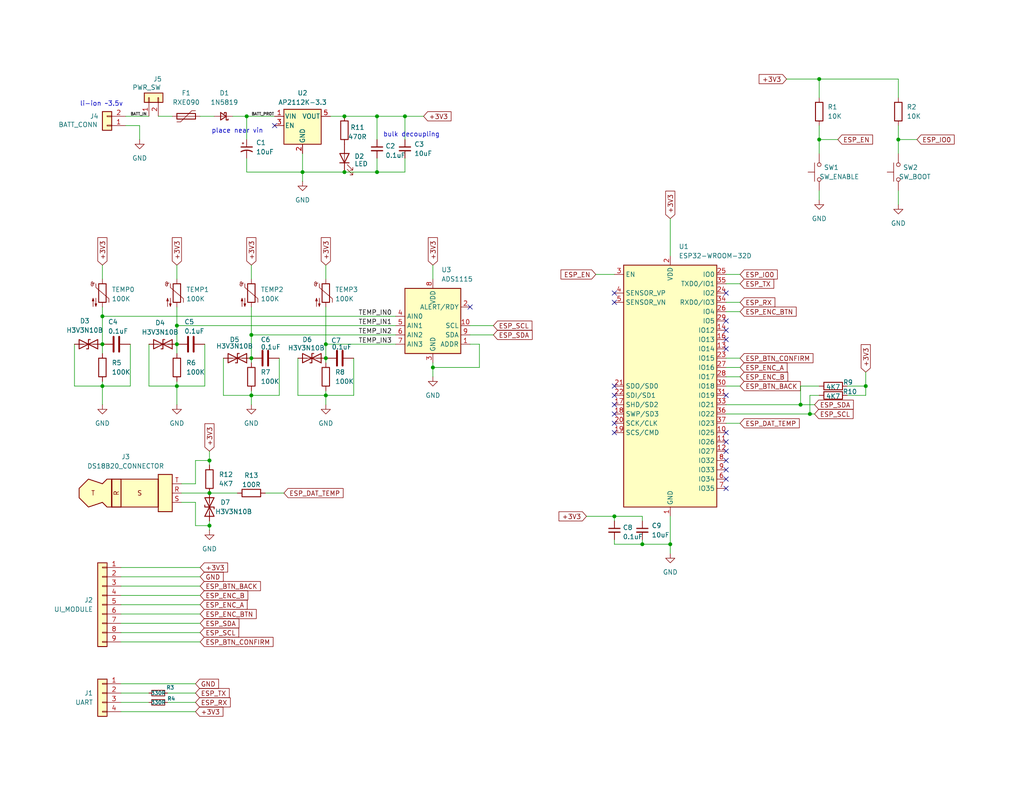
<source format=kicad_sch>
(kicad_sch (version 20250114) (generator "eeschema") (generator_version "9.0")
  (paper "USLetter")
  (title_block (title "Meatreader ESP") (date "2026-01-02") (rev "A") (company "BrownFam") (comment 1 "It Reads Meat"))
  (lib_symbols
    (symbol "Analog_ADC:ADS1115IDGS"
      (property "Reference" "U" (at 2.54 13.97 0))
      (property "Value" "ADS1115IDGS" (at 7.62 11.43 0))
      (symbol "ADS1115IDGS_0_1"
        (rectangle (start -7.62 10.16) (end 7.62 -7.62) (stroke (width 0.254)) (fill (type background)))
      )
      (symbol "ADS1115IDGS_1_1"
        (pin input line (at -10.16 2.54 0) (length 2.54) (name "AIN0") (number "4"))
        (pin input line (at -10.16 0 0) (length 2.54) (name "AIN1") (number "5"))
        (pin input line (at -10.16 -2.54 0) (length 2.54) (name "AIN2") (number "6"))
        (pin input line (at -10.16 -5.08 0) (length 2.54) (name "AIN3") (number "7"))
        (pin power_in line (at 0 12.7 270) (length 2.54) (name "VDD") (number "8"))
        (pin power_in line (at 0 -10.16 90) (length 2.54) (name "GND") (number "3"))
        (pin output line (at 10.16 5.08 180) (length 2.54) (name "ALERT/RDY") (number "2"))
        (pin input line (at 10.16 0 180) (length 2.54) (name "SCL") (number "10"))
        (pin bidirectional line (at 10.16 -2.54 180) (length 2.54) (name "SDA") (number "9"))
        (pin input line (at 10.16 -5.08 180) (length 2.54) (name "ADDR") (number "1"))
      )
    )
    (symbol "Conn_01x02_1" (pin_names (offset 1.016) (hide yes))
      (property "Reference" "J5" (at 5.08 -3.556 90))
      (property "Value" "PWR_SW" (at 2.794 -3.302 90))
      (symbol "Conn_01x02_1_1_1"
        (rectangle (start -1.27 1.27) (end 1.27 -3.81) (stroke (width 0.254)) (fill (type background)))
        (rectangle (start -1.27 0.127) (end 0 -0.127) (stroke (width 0.1524)))
        (rectangle (start -1.27 -2.413) (end 0 -2.667) (stroke (width 0.1524)))
        (pin passive line (at -5.08 0 0) (length 3.81) (name "Pin_1") (number "1"))
        (pin passive line (at -5.08 -2.54 0) (length 3.81) (name "Pin_2") (number "2"))
      )
    )
    (symbol "Connector_Audio:AudioPlug3"
      (property "Reference" "J" (at 1.27 6.35 0))
      (property "Value" "AudioPlug3" (at 1.27 -6.35 0))
      (symbol "AudioPlug3_0_0"
        (text "R" (at -2.54 0 900) (effects (font (size 1.27 1.27))))
      )
      (symbol "AudioPlug3_0_1"
        (rectangle (start -3.81 3.81) (end -1.27 -3.81) (stroke (width 0.254)))
        (rectangle (start -1.27 -1.27) (end -1.27 -1.27))
      )
      (symbol "AudioPlug3_1_0"
        (text "T" (at -8.89 0 0) (effects (font (size 1.27 1.27))))
        (text "S" (at 3.81 0 0) (effects (font (size 1.27 1.27))))
      )
      (symbol "AudioPlug3_1_1"
        (rectangle (start -3.81 3.81) (end 8.89 -3.81) (stroke (width 0.254)) (fill (type background)))
        (polyline (pts (xy -3.81 3.81) (xy -5.08 3.81) (xy -6.35 2.54) (xy -10.16 3.81) (xy -12.7 1.27) (xy -12.7 -1.27) (xy -10.16 -3.81) (xy -6.35 -2.54) (xy -5.08 -3.81) (xy -3.81 -3.81) (xy -3.81 3.81)) (stroke (width 0.254)) (fill (type background)))
        (rectangle (start 12.7 5.08) (end 8.89 -5.08) (stroke (width 0.254)) (fill (type background)))
        (pin passive line (at 15.24 2.54 180) (length 2.54) (name "~") (number "S"))
        (pin passive line (at 15.24 0 180) (length 2.54) (name "~") (number "R"))
        (pin passive line (at 15.24 -2.54 180) (length 2.54) (name "~") (number "T"))
      )
    )
    (symbol "Connector_Generic:Conn_01x02" (pin_names (offset 1.016) (hide yes))
      (property "Reference" "J4" (at 2.286 -2.54 0))
      (property "Value" "BATT_CONN" (at 2.54 -0.254 0))
      (symbol "Conn_01x02_1_1"
        (rectangle (start -1.27 1.27) (end 1.27 -3.81) (stroke (width 0.254)) (fill (type background)))
        (rectangle (start -1.27 0.127) (end 0 -0.127) (stroke (width 0.1524)))
        (rectangle (start -1.27 -2.413) (end 0 -2.667) (stroke (width 0.1524)))
        (pin passive line (at -5.08 0 0) (length 3.81) (name "Pin_1") (number "1"))
        (pin power_out line (at -5.08 -2.54 0) (length 3.81) (name "Pin_2") (number "2"))
      )
    )
    (symbol "Connector_Generic:Conn_01x04" (pin_names (offset 1.016) (hide yes))
      (property "Reference" "J1" (at 2.54 0.0001 0))
      (property "Value" "UART" (at 2.54 -2.5399 0))
      (symbol "Conn_01x04_1_1"
        (rectangle (start -1.27 3.81) (end 1.27 -6.35) (stroke (width 0.254)) (fill (type background)))
        (rectangle (start -1.27 2.667) (end 0 2.413) (stroke (width 0.1524)))
        (rectangle (start -1.27 0.127) (end 0 -0.127) (stroke (width 0.1524)))
        (rectangle (start -1.27 -2.413) (end 0 -2.667) (stroke (width 0.1524)))
        (rectangle (start -1.27 -4.953) (end 0 -5.207) (stroke (width 0.1524)))
        (pin passive line (at -5.08 2.54 0) (length 3.81) (name "GND") (number "1"))
        (pin output line (at -5.08 0 0) (length 3.81) (name "TX") (number "2"))
        (pin input line (at -5.08 -2.54 0) (length 3.81) (name "RX") (number "3"))
        (pin passive line (at -5.08 -5.08 0) (length 3.81) (name "VCC") (number "4"))
      )
    )
    (symbol "Connector_Generic:Conn_01x09" (pin_names (offset 1.016) (hide yes))
      (property "Reference" "J" (at 0 12.7 0))
      (property "Value" "Conn_01x09" (at 0 -12.7 0))
      (symbol "Conn_01x09_1_1"
        (rectangle (start -1.27 11.43) (end 1.27 -11.43) (stroke (width 0.254)) (fill (type background)))
        (rectangle (start -1.27 10.287) (end 0 10.033) (stroke (width 0.1524)))
        (rectangle (start -1.27 7.747) (end 0 7.493) (stroke (width 0.1524)))
        (rectangle (start -1.27 5.207) (end 0 4.953) (stroke (width 0.1524)))
        (rectangle (start -1.27 2.667) (end 0 2.413) (stroke (width 0.1524)))
        (rectangle (start -1.27 0.127) (end 0 -0.127) (stroke (width 0.1524)))
        (rectangle (start -1.27 -2.413) (end 0 -2.667) (stroke (width 0.1524)))
        (rectangle (start -1.27 -4.953) (end 0 -5.207) (stroke (width 0.1524)))
        (rectangle (start -1.27 -7.493) (end 0 -7.747) (stroke (width 0.1524)))
        (rectangle (start -1.27 -10.033) (end 0 -10.287) (stroke (width 0.1524)))
        (pin passive line (at -5.08 10.16 0) (length 3.81) (name "Pin_1") (number "1"))
        (pin passive line (at -5.08 7.62 0) (length 3.81) (name "Pin_2") (number "2"))
        (pin passive line (at -5.08 5.08 0) (length 3.81) (name "Pin_3") (number "3"))
        (pin passive line (at -5.08 2.54 0) (length 3.81) (name "Pin_4") (number "4"))
        (pin passive line (at -5.08 0 0) (length 3.81) (name "Pin_5") (number "5"))
        (pin passive line (at -5.08 -2.54 0) (length 3.81) (name "Pin_6") (number "6"))
        (pin passive line (at -5.08 -5.08 0) (length 3.81) (name "Pin_7") (number "7"))
        (pin passive line (at -5.08 -7.62 0) (length 3.81) (name "Pin_8") (number "8"))
        (pin passive line (at -5.08 -10.16 0) (length 3.81) (name "Pin_9") (number "9"))
      )
    )
    (symbol "Device:C" (pin_numbers (hide yes)) (pin_names (offset 0.254))
      (property "Reference" "C" (at 0.635 2.54 0))
      (property "Value" "C" (at 0.635 -2.54 0))
      (symbol "C_0_1"
        (polyline (pts (xy -2.032 0.762) (xy 2.032 0.762)) (stroke (width 0.508)))
        (polyline (pts (xy -2.032 -0.762) (xy 2.032 -0.762)) (stroke (width 0.508)))
      )
      (symbol "C_1_1"
        (pin passive line (at 0 3.81 270) (length 2.794) (name "~") (number "1"))
        (pin passive line (at 0 -3.81 90) (length 2.794) (name "~") (number "2"))
      )
    )
    (symbol "Device:C_Polarized_Small_US" (pin_numbers (hide yes)) (pin_names (offset 0.254) (hide yes))
      (property "Reference" "C" (at 0.254 1.778 0))
      (property "Value" "C_Polarized_Small_US" (at 0.254 -2.032 0))
      (symbol "C_Polarized_Small_US_0_1"
        (polyline (pts (xy -1.524 0.508) (xy 1.524 0.508)) (stroke (width 0.3048)))
        (polyline (pts (xy -1.27 1.524) (xy -0.762 1.524)))
        (polyline (pts (xy -1.016 1.27) (xy -1.016 1.778)))
        (arc (start -1.524 -0.762) (mid 0 -0.3734) (end 1.524 -0.762) (stroke (width 0.3048)))
      )
      (symbol "C_Polarized_Small_US_1_1"
        (pin passive line (at 0 2.54 270) (length 2.032) (name "~") (number "1"))
        (pin passive line (at 0 -2.54 90) (length 2.032) (name "~") (number "2"))
      )
    )
    (symbol "Device:C_Small" (pin_numbers (hide yes)) (pin_names (offset 0.254) (hide yes))
      (property "Reference" "C" (at 0.254 1.778 0))
      (property "Value" "C_Small" (at 0.254 -2.032 0))
      (symbol "C_Small_0_1"
        (polyline (pts (xy -1.524 0.508) (xy 1.524 0.508)) (stroke (width 0.3048)))
        (polyline (pts (xy -1.524 -0.508) (xy 1.524 -0.508)) (stroke (width 0.3302)))
      )
      (symbol "C_Small_1_1"
        (pin passive line (at 0 2.54 270) (length 2.032) (name "~") (number "1"))
        (pin passive line (at 0 -2.54 90) (length 2.032) (name "~") (number "2"))
      )
    )
    (symbol "Device:D_Schottky_Small" (pin_numbers (hide yes)) (pin_names (offset 0.254) (hide yes))
      (property "Reference" "D" (at -1.27 2.032 0))
      (property "Value" "D_Schottky_Small" (at -7.112 -2.032 0))
      (symbol "D_Schottky_Small_0_1"
        (polyline (pts (xy -1.27 0.762) (xy -1.27 1.016) (xy -0.762 1.016) (xy -0.762 -1.016) (xy -0.254 -1.016) (xy -0.254 -0.762)) (stroke (width 0.254)))
        (polyline (pts (xy -0.762 0) (xy 0.762 0)))
        (polyline (pts (xy 0.762 -1.016) (xy -0.762 0) (xy 0.762 1.016) (xy 0.762 -1.016)) (stroke (width 0.254)))
      )
      (symbol "D_Schottky_Small_1_1"
        (pin passive line (at -2.54 0 0) (length 1.778) (name "K") (number "1"))
        (pin passive line (at 2.54 0 180) (length 1.778) (name "A") (number "2"))
      )
    )
    (symbol "Device:D_TVS" (pin_numbers (hide yes)) (pin_names (offset 1.016) (hide yes))
      (property "Reference" "D" (at 0 2.54 0))
      (property "Value" "D_TVS" (at 0 -2.54 0))
      (symbol "D_TVS_0_1"
        (polyline (pts (xy -2.54 1.27) (xy -2.54 -1.27) (xy 2.54 1.27) (xy 2.54 -1.27) (xy -2.54 1.27)) (stroke (width 0.254)))
        (polyline (pts (xy 0.508 1.27) (xy 0 1.27) (xy 0 -1.27) (xy -0.508 -1.27)) (stroke (width 0.254)))
        (polyline (pts (xy 1.27 0) (xy -1.27 0)))
      )
      (symbol "D_TVS_1_1"
        (pin passive line (at -3.81 0 0) (length 2.54) (name "A1") (number "1"))
        (pin passive line (at 3.81 0 180) (length 2.54) (name "A2") (number "2"))
      )
    )
    (symbol "Device:LED" (pin_numbers (hide yes)) (pin_names (offset 1.016) (hide yes))
      (property "Reference" "D" (at 0 2.54 0))
      (property "Value" "LED" (at 0 -2.54 0))
      (symbol "LED_0_1"
        (polyline (pts (xy -3.048 -0.762) (xy -4.572 -2.286) (xy -3.81 -2.286) (xy -4.572 -2.286) (xy -4.572 -1.524)))
        (polyline (pts (xy -1.778 -0.762) (xy -3.302 -2.286) (xy -2.54 -2.286) (xy -3.302 -2.286) (xy -3.302 -1.524)))
        (polyline (pts (xy -1.27 0) (xy 1.27 0)))
        (polyline (pts (xy -1.27 -1.27) (xy -1.27 1.27)) (stroke (width 0.254)))
        (polyline (pts (xy 1.27 -1.27) (xy 1.27 1.27) (xy -1.27 0) (xy 1.27 -1.27)) (stroke (width 0.254)))
      )
      (symbol "LED_1_1"
        (pin passive line (at -3.81 0 0) (length 2.54) (name "K") (number "1"))
        (pin passive line (at 3.81 0 180) (length 2.54) (name "A") (number "2"))
      )
    )
    (symbol "Device:Polyfuse" (pin_numbers (hide yes)) (pin_names (offset 0))
      (property "Reference" "F" (at -2.54 0 90))
      (property "Value" "Polyfuse" (at 2.54 0 90))
      (symbol "Polyfuse_0_1"
        (polyline (pts (xy -1.524 2.54) (xy -1.524 1.524) (xy 1.524 -1.524) (xy 1.524 -2.54)))
        (rectangle (start -0.762 2.54) (end 0.762 -2.54) (stroke (width 0.254)))
        (polyline (pts (xy 0 2.54) (xy 0 -2.54)))
      )
      (symbol "Polyfuse_1_1"
        (pin passive line (at 0 3.81 270) (length 1.27) (name "~") (number "1"))
        (pin passive line (at 0 -3.81 90) (length 1.27) (name "~") (number "2"))
      )
    )
    (symbol "Device:R" (pin_numbers (hide yes)) (pin_names (offset 0))
      (property "Reference" "R" (at 2.032 0 90))
      (property "Value" "R" (at 0 0 90))
      (symbol "R_0_1"
        (rectangle (start -1.016 -2.54) (end 1.016 2.54) (stroke (width 0.254)))
      )
      (symbol "R_1_1"
        (pin passive line (at 0 3.81 270) (length 1.27) (name "~") (number "1"))
        (pin passive line (at 0 -3.81 90) (length 1.27) (name "~") (number "2"))
      )
    )
    (symbol "Device:R_Small" (pin_numbers (hide yes)) (pin_names (offset 0.254) (hide yes))
      (property "Reference" "R" (at 0 0 90))
      (property "Value" "R_Small" (at 1.778 0 90))
      (symbol "R_Small_0_1"
        (rectangle (start -0.762 1.778) (end 0.762 -1.778) (stroke (width 0.2032)))
      )
      (symbol "R_Small_1_1"
        (pin passive line (at 0 2.54 270) (length 0.762) (name "~") (number "1"))
        (pin passive line (at 0 -2.54 90) (length 0.762) (name "~") (number "2"))
      )
    )
    (symbol "Device:Thermistor_NTC" (pin_numbers (hide yes)) (pin_names (offset 0))
      (property "Reference" "TH" (at -4.445 0 90))
      (property "Value" "Thermistor_NTC" (at 3.175 0 90))
      (symbol "Thermistor_NTC_0_1"
        (arc (start -3.175 2.413) (mid -3.0506 2.3165) (end -3.048 2.159))
        (arc (start -3.048 2.794) (mid -2.9736 2.9736) (end -2.794 3.048))
        (arc (start -2.794 3.048) (mid -2.6144 2.9736) (end -2.54 2.794))
        (arc (start -2.794 2.54) (mid -2.9736 2.6144) (end -3.048 2.794))
        (arc (start -2.794 1.905) (mid -2.9736 1.9794) (end -3.048 2.159))
        (arc (start -2.54 2.159) (mid -2.6144 1.9794) (end -2.794 1.905))
        (arc (start -2.159 2.794) (mid -2.434 2.5608) (end -2.794 2.54))
        (polyline (pts (xy -2.54 2.159) (xy -2.54 2.794)))
        (polyline (pts (xy -2.54 -3.683) (xy -2.54 -1.397) (xy -2.794 -2.159) (xy -2.286 -2.159) (xy -2.54 -1.397) (xy -2.54 -1.651)) (fill (type outline)))
        (polyline (pts (xy -1.778 2.54) (xy -1.778 1.524) (xy 1.778 -1.524) (xy 1.778 -2.54)))
        (polyline (pts (xy -1.778 -1.397) (xy -1.778 -3.683) (xy -2.032 -2.921) (xy -1.524 -2.921) (xy -1.778 -3.683) (xy -1.778 -3.429)) (fill (type outline)))
        (rectangle (start -1.016 2.54) (end 1.016 -2.54) (stroke (width 0.254)))
      )
      (symbol "Thermistor_NTC_1_1"
        (pin passive line (at 0 3.81 270) (length 1.27) (name "~") (number "1"))
        (pin passive line (at 0 -3.81 90) (length 1.27) (name "~") (number "2"))
      )
    )
    (symbol "RF_Module:ESP32-WROOM-32D"
      (property "Reference" "U" (at -12.7 34.29 0))
      (property "Value" "ESP32-WROOM-32D" (at 1.27 34.29 0))
      (symbol "ESP32-WROOM-32D_0_1"
        (rectangle (start -12.7 33.02) (end 12.7 -33.02) (stroke (width 0.254)) (fill (type background)))
      )
      (symbol "ESP32-WROOM-32D_1_1"
        (pin input line (at -15.24 30.48 0) (length 2.54) (name "EN") (number "3"))
        (pin input line (at -15.24 25.4 0) (length 2.54) (name "SENSOR_VP") (number "4"))
        (pin input line (at -15.24 22.86 0) (length 2.54) (name "SENSOR_VN") (number "5"))
        (pin bidirectional line (at -15.24 0 0) (length 2.54) (name "SDO/SD0") (number "21"))
        (pin bidirectional line (at -15.24 -2.54 0) (length 2.54) (name "SDI/SD1") (number "22"))
        (pin bidirectional line (at -15.24 -5.08 0) (length 2.54) (name "SHD/SD2") (number "17"))
        (pin bidirectional line (at -15.24 -7.62 0) (length 2.54) (name "SWP/SD3") (number "18"))
        (pin bidirectional line (at -15.24 -10.16 0) (length 2.54) (name "SCK/CLK") (number "20"))
        (pin bidirectional line (at -15.24 -12.7 0) (length 2.54) (name "SCS/CMD") (number "19"))
        (pin no_connect line (at -12.7 -27.94 0) (length 2.54) (hide yes) (name "NC") (number "32"))
        (pin power_in line (at 0 35.56 270) (length 2.54) (name "VDD") (number "2"))
        (pin power_in line (at 0 -35.56 90) (length 2.54) (name "GND") (number "1"))
        (pin passive line (at 0 -35.56 90) (length 2.54) (hide yes) (name "GND") (number "15"))
        (pin passive line (at 0 -35.56 90) (length 2.54) (hide yes) (name "GND") (number "38"))
        (pin passive line (at 0 -35.56 90) (length 2.54) (hide yes) (name "GND") (number "39"))
        (pin bidirectional line (at 15.24 30.48 180) (length 2.54) (name "IO0") (number "25"))
        (pin bidirectional line (at 15.24 27.94 180) (length 2.54) (name "TXD0/IO1") (number "35"))
        (pin bidirectional line (at 15.24 25.4 180) (length 2.54) (name "IO2") (number "24"))
        (pin bidirectional line (at 15.24 22.86 180) (length 2.54) (name "RXD0/IO3") (number "34"))
        (pin bidirectional line (at 15.24 20.32 180) (length 2.54) (name "IO4") (number "26"))
        (pin bidirectional line (at 15.24 17.78 180) (length 2.54) (name "IO5") (number "29"))
        (pin bidirectional line (at 15.24 15.24 180) (length 2.54) (name "IO12") (number "14"))
        (pin bidirectional line (at 15.24 12.7 180) (length 2.54) (name "IO13") (number "16"))
        (pin bidirectional line (at 15.24 10.16 180) (length 2.54) (name "IO14") (number "13"))
        (pin bidirectional line (at 15.24 7.62 180) (length 2.54) (name "IO15") (number "23"))
        (pin bidirectional line (at 15.24 5.08 180) (length 2.54) (name "IO16") (number "27"))
        (pin bidirectional line (at 15.24 2.54 180) (length 2.54) (name "IO17") (number "28"))
        (pin bidirectional line (at 15.24 0 180) (length 2.54) (name "IO18") (number "30"))
        (pin bidirectional line (at 15.24 -2.54 180) (length 2.54) (name "IO19") (number "31"))
        (pin bidirectional line (at 15.24 -5.08 180) (length 2.54) (name "IO21") (number "33"))
        (pin bidirectional line (at 15.24 -7.62 180) (length 2.54) (name "IO22") (number "36"))
        (pin bidirectional line (at 15.24 -10.16 180) (length 2.54) (name "IO23") (number "37"))
        (pin bidirectional line (at 15.24 -12.7 180) (length 2.54) (name "IO25") (number "10"))
        (pin bidirectional line (at 15.24 -15.24 180) (length 2.54) (name "IO26") (number "11"))
        (pin bidirectional line (at 15.24 -17.78 180) (length 2.54) (name "IO27") (number "12"))
        (pin bidirectional line (at 15.24 -20.32 180) (length 2.54) (name "IO32") (number "8"))
        (pin bidirectional line (at 15.24 -22.86 180) (length 2.54) (name "IO33") (number "9"))
        (pin input line (at 15.24 -25.4 180) (length 2.54) (name "IO34") (number "6"))
        (pin input line (at 15.24 -27.94 180) (length 2.54) (name "IO35") (number "7"))
      )
    )
    (symbol "Regulator_Linear:AP2112K-3.3" (pin_names (offset 0.254))
      (property "Reference" "U" (at -5.08 5.715 0))
      (property "Value" "AP2112K-3.3" (at 0 5.715 0))
      (symbol "AP2112K-3.3_0_1"
        (rectangle (start -5.08 4.445) (end 5.08 -5.08) (stroke (width 0.254)) (fill (type background)))
      )
      (symbol "AP2112K-3.3_1_1"
        (pin power_in line (at -7.62 2.54 0) (length 2.54) (name "VIN") (number "1"))
        (pin input line (at -7.62 0 0) (length 2.54) (name "EN") (number "3"))
        (pin power_in line (at 0 -7.62 90) (length 2.54) (name "GND") (number "2"))
        (pin no_connect line (at 5.08 0 180) (length 2.54) (hide yes) (name "NC") (number "4"))
        (pin power_out line (at 7.62 2.54 180) (length 2.54) (name "VOUT") (number "5"))
      )
    )
    (symbol "Switch:SW_Push" (pin_numbers (hide yes)) (pin_names (offset 1.016) (hide yes))
      (property "Reference" "SW" (at 1.27 2.54 0))
      (property "Value" "SW_Push" (at 0 -1.524 0))
      (symbol "SW_Push_0_1"
        (circle (center -2.032 0) (radius 0.508))
        (polyline (pts (xy 0 1.27) (xy 0 3.048)))
        (circle (center 2.032 0) (radius 0.508))
        (polyline (pts (xy 2.54 1.27) (xy -2.54 1.27)))
        (pin passive line (at -5.08 0 0) (length 2.54) (name "1") (number "1"))
        (pin passive line (at 5.08 0 180) (length 2.54) (name "2") (number "2"))
      )
    )
    (symbol "power:GND" (power) (pin_numbers (hide yes)) (pin_names (offset 0) (hide yes))
      (property "Value" "GND" (at 0 -3.81 0))
      (symbol "GND_0_1"
        (polyline (pts (xy 0 0) (xy 0 -1.27) (xy 1.27 -1.27) (xy 0 -2.54) (xy -1.27 -1.27) (xy 0 -1.27)))
      )
      (symbol "GND_1_1"
        (pin power_in line (at 0 0 270) (length 0) (name "~") (number "1"))
      )
    )
  )
  (text "place near vin" (at 64.77 35.814 0) (effects (font (size 1.27 1.27))))
  (text "li-ion ~3.5v" (at 27.686 28.448 0) (effects (font (size 1.27 1.27))))
  (text "bulk decoupling" (at 112.268 36.83 0) (effects (font (size 1.27 1.27))))
  (junction (at 236.22 105.41))
  (junction (at 175.26 148.59))
  (junction (at 245.11 38.1))
  (junction (at 27.94 93.98))
  (junction (at 88.9 93.98))
  (junction (at 68.58 91.44))
  (junction (at 182.88 148.59))
  (junction (at 223.52 21.59))
  (junction (at 82.55 46.99))
  (junction (at 27.94 86.36))
  (junction (at 88.9 97.79))
  (junction (at 68.58 97.79))
  (junction (at 48.26 105.41))
  (junction (at 110.49 31.75))
  (junction (at 218.44 110.49))
  (junction (at 93.98 46.99))
  (junction (at 57.15 134.62))
  (junction (at 68.58 107.95))
  (junction (at 102.87 46.99))
  (junction (at 48.26 93.98))
  (junction (at 27.94 105.41))
  (junction (at 118.11 100.33))
  (junction (at 57.15 125.73))
  (junction (at 102.87 31.75))
  (junction (at 167.64 140.97))
  (junction (at 223.52 38.1))
  (junction (at 93.98 31.75))
  (junction (at 57.15 143.51))
  (junction (at 67.31 31.75))
  (junction (at 48.26 88.9))
  (junction (at 88.9 107.95))
  (junction (at 220.98 113.03))
  (no_connect (at 198.12 80.01))
  (no_connect (at 167.64 113.03))
  (no_connect (at 74.93 34.29))
  (no_connect (at 198.12 128.27))
  (no_connect (at 198.12 107.95))
  (no_connect (at 167.64 110.49))
  (no_connect (at 198.12 123.19))
  (no_connect (at 198.12 130.81))
  (no_connect (at 198.12 87.63))
  (no_connect (at 198.12 120.65))
  (no_connect (at 167.64 80.01))
  (no_connect (at 167.64 115.57))
  (no_connect (at 167.64 82.55))
  (no_connect (at 198.12 118.11))
  (no_connect (at 167.64 107.95))
  (no_connect (at 198.12 92.71))
  (no_connect (at 198.12 90.17))
  (no_connect (at 198.12 125.73))
  (no_connect (at 198.12 95.25))
  (no_connect (at 128.27 83.82))
  (no_connect (at 167.64 118.11))
  (no_connect (at 167.64 105.41))
  (no_connect (at 198.12 133.35))
  (wire (pts (xy 218.44 110.49) (xy 222.25 110.49)))
  (wire (pts (xy 40.64 93.98) (xy 40.64 105.41)))
  (wire (pts (xy 49.53 137.16) (xy 53.34 137.16)))
  (wire (pts (xy 160.02 140.97) (xy 167.64 140.97)))
  (wire (pts (xy 34.29 31.75) (xy 40.64 31.75)))
  (wire (pts (xy 118.11 100.33) (xy 118.11 99.06)))
  (wire (pts (xy 102.87 31.75) (xy 102.87 38.1)))
  (wire (pts (xy 245.11 21.59) (xy 245.11 26.67)))
  (wire (pts (xy 245.11 38.1) (xy 250.19 38.1)))
  (wire (pts (xy 198.12 85.09) (xy 201.93 85.09)))
  (wire (pts (xy 33.02 165.1) (xy 54.61 165.1)))
  (wire (pts (xy 118.11 102.87) (xy 118.11 100.33)))
  (wire (pts (xy 110.49 43.18) (xy 110.49 46.99)))
  (wire (pts (xy 245.11 52.07) (xy 245.11 55.88)))
  (wire (pts (xy 53.34 132.08) (xy 53.34 125.73)))
  (wire (pts (xy 67.31 38.1) (xy 67.31 31.75)))
  (wire (pts (xy 33.02 186.69) (xy 53.34 186.69)))
  (wire (pts (xy 82.55 46.99) (xy 93.98 46.99)))
  (wire (pts (xy 81.28 97.79) (xy 81.28 107.95)))
  (wire (pts (xy 223.52 41.91) (xy 223.52 38.1)))
  (wire (pts (xy 82.55 49.53) (xy 82.55 46.99)))
  (wire (pts (xy 33.02 189.23) (xy 40.64 189.23)))
  (wire (pts (xy 130.81 93.98) (xy 130.81 100.33)))
  (wire (pts (xy 231.14 105.41) (xy 236.22 105.41)))
  (wire (pts (xy 236.22 107.95) (xy 236.22 105.41)))
  (wire (pts (xy 201.93 102.87) (xy 198.12 102.87)))
  (wire (pts (xy 220.98 107.95) (xy 223.52 107.95)))
  (wire (pts (xy 88.9 106.68) (xy 88.9 107.95)))
  (wire (pts (xy 236.22 101.6) (xy 236.22 105.41)))
  (wire (pts (xy 162.56 74.93) (xy 167.64 74.93)))
  (wire (pts (xy 57.15 123.19) (xy 57.15 125.73)))
  (wire (pts (xy 201.93 77.47) (xy 198.12 77.47)))
  (wire (pts (xy 110.49 31.75) (xy 110.49 38.1)))
  (wire (pts (xy 88.9 93.98) (xy 107.95 93.98)))
  (wire (pts (xy 53.34 125.73) (xy 57.15 125.73)))
  (wire (pts (xy 57.15 125.73) (xy 57.15 127)))
  (wire (pts (xy 68.58 97.79) (xy 68.58 99.06)))
  (wire (pts (xy 45.72 191.77) (xy 53.34 191.77)))
  (wire (pts (xy 88.9 107.95) (xy 81.28 107.95)))
  (wire (pts (xy 67.31 43.18) (xy 67.31 46.99)))
  (wire (pts (xy 93.98 31.75) (xy 102.87 31.75)))
  (wire (pts (xy 27.94 105.41) (xy 35.56 105.41)))
  (wire (pts (xy 68.58 72.39) (xy 68.58 76.2)))
  (wire (pts (xy 33.02 162.56) (xy 54.61 162.56)))
  (wire (pts (xy 68.58 83.82) (xy 68.58 91.44)))
  (wire (pts (xy 201.93 100.33) (xy 198.12 100.33)))
  (wire (pts (xy 231.14 107.95) (xy 236.22 107.95)))
  (wire (pts (xy 57.15 134.62) (xy 64.77 134.62)))
  (wire (pts (xy 102.87 43.18) (xy 102.87 46.99)))
  (wire (pts (xy 27.94 105.41) (xy 27.94 110.49)))
  (wire (pts (xy 48.26 72.39) (xy 48.26 76.2)))
  (wire (pts (xy 88.9 97.79) (xy 88.9 99.06)))
  (wire (pts (xy 93.98 46.99) (xy 102.87 46.99)))
  (wire (pts (xy 33.02 191.77) (xy 40.64 191.77)))
  (wire (pts (xy 245.11 41.91) (xy 245.11 38.1)))
  (wire (pts (xy 27.94 83.82) (xy 27.94 86.36)))
  (wire (pts (xy 48.26 105.41) (xy 48.26 110.49)))
  (wire (pts (xy 53.34 143.51) (xy 57.15 143.51)))
  (wire (pts (xy 118.11 100.33) (xy 130.81 100.33)))
  (wire (pts (xy 82.55 46.99) (xy 82.55 41.91)))
  (wire (pts (xy 198.12 113.03) (xy 220.98 113.03)))
  (wire (pts (xy 223.52 38.1) (xy 223.52 34.29)))
  (wire (pts (xy 43.18 31.75) (xy 46.99 31.75)))
  (wire (pts (xy 63.5 31.75) (xy 67.31 31.75)))
  (wire (pts (xy 72.39 134.62) (xy 77.47 134.62)))
  (wire (pts (xy 67.31 31.75) (xy 74.93 31.75)))
  (wire (pts (xy 167.64 148.59) (xy 175.26 148.59)))
  (wire (pts (xy 88.9 72.39) (xy 88.9 76.2)))
  (wire (pts (xy 57.15 143.51) (xy 57.15 144.78)))
  (wire (pts (xy 33.02 154.94) (xy 54.61 154.94)))
  (wire (pts (xy 167.64 140.97) (xy 167.64 142.24)))
  (wire (pts (xy 33.02 160.02) (xy 54.61 160.02)))
  (wire (pts (xy 182.88 151.13) (xy 182.88 148.59)))
  (wire (pts (xy 27.94 104.14) (xy 27.94 105.41)))
  (wire (pts (xy 33.02 167.64) (xy 54.61 167.64)))
  (wire (pts (xy 33.02 194.31) (xy 53.34 194.31)))
  (wire (pts (xy 223.52 54.61) (xy 223.52 52.07)))
  (wire (pts (xy 201.93 105.41) (xy 198.12 105.41)))
  (wire (pts (xy 201.93 74.93) (xy 198.12 74.93)))
  (wire (pts (xy 55.88 93.98) (xy 55.88 105.41)))
  (wire (pts (xy 27.94 86.36) (xy 107.95 86.36)))
  (wire (pts (xy 90.17 31.75) (xy 93.98 31.75)))
  (wire (pts (xy 53.34 137.16) (xy 53.34 143.51)))
  (wire (pts (xy 60.96 107.95) (xy 68.58 107.95)))
  (wire (pts (xy 76.2 97.79) (xy 76.2 107.95)))
  (wire (pts (xy 68.58 91.44) (xy 107.95 91.44)))
  (wire (pts (xy 214.63 21.59) (xy 223.52 21.59)))
  (wire (pts (xy 68.58 107.95) (xy 68.58 110.49)))
  (wire (pts (xy 48.26 88.9) (xy 48.26 93.98)))
  (wire (pts (xy 48.26 93.98) (xy 48.26 96.52)))
  (wire (pts (xy 54.61 31.75) (xy 58.42 31.75)))
  (wire (pts (xy 27.94 93.98) (xy 27.94 96.52)))
  (wire (pts (xy 88.9 107.95) (xy 96.52 107.95)))
  (wire (pts (xy 20.32 93.98) (xy 20.32 105.41)))
  (wire (pts (xy 218.44 110.49) (xy 218.44 105.41)))
  (wire (pts (xy 128.27 93.98) (xy 130.81 93.98)))
  (wire (pts (xy 102.87 31.75) (xy 110.49 31.75)))
  (wire (pts (xy 96.52 97.79) (xy 96.52 107.95)))
  (wire (pts (xy 223.52 38.1) (xy 228.6 38.1)))
  (wire (pts (xy 88.9 107.95) (xy 88.9 110.49)))
  (wire (pts (xy 68.58 91.44) (xy 68.58 97.79)))
  (wire (pts (xy 198.12 110.49) (xy 218.44 110.49)))
  (wire (pts (xy 218.44 105.41) (xy 223.52 105.41)))
  (wire (pts (xy 38.1 34.29) (xy 38.1 38.1)))
  (wire (pts (xy 167.64 147.32) (xy 167.64 148.59)))
  (wire (pts (xy 223.52 21.59) (xy 223.52 26.67)))
  (wire (pts (xy 182.88 59.69) (xy 182.88 69.85)))
  (wire (pts (xy 49.53 134.62) (xy 57.15 134.62)))
  (wire (pts (xy 35.56 93.98) (xy 35.56 105.41)))
  (wire (pts (xy 245.11 38.1) (xy 245.11 34.29)))
  (wire (pts (xy 198.12 115.57) (xy 201.93 115.57)))
  (wire (pts (xy 198.12 97.79) (xy 201.93 97.79)))
  (wire (pts (xy 134.62 88.9) (xy 128.27 88.9)))
  (wire (pts (xy 49.53 132.08) (xy 53.34 132.08)))
  (wire (pts (xy 118.11 72.39) (xy 118.11 76.2)))
  (wire (pts (xy 167.64 140.97) (xy 175.26 140.97)))
  (wire (pts (xy 27.94 72.39) (xy 27.94 76.2)))
  (wire (pts (xy 60.96 97.79) (xy 60.96 107.95)))
  (wire (pts (xy 67.31 46.99) (xy 82.55 46.99)))
  (wire (pts (xy 223.52 21.59) (xy 245.11 21.59)))
  (wire (pts (xy 33.02 170.18) (xy 54.61 170.18)))
  (wire (pts (xy 201.93 82.55) (xy 198.12 82.55)))
  (wire (pts (xy 175.26 148.59) (xy 182.88 148.59)))
  (wire (pts (xy 88.9 83.82) (xy 88.9 93.98)))
  (wire (pts (xy 128.27 91.44) (xy 134.62 91.44)))
  (wire (pts (xy 34.29 34.29) (xy 38.1 34.29)))
  (wire (pts (xy 27.94 86.36) (xy 27.94 93.98)))
  (wire (pts (xy 102.87 46.99) (xy 110.49 46.99)))
  (wire (pts (xy 115.57 31.75) (xy 110.49 31.75)))
  (wire (pts (xy 48.26 88.9) (xy 107.95 88.9)))
  (wire (pts (xy 57.15 142.24) (xy 57.15 143.51)))
  (wire (pts (xy 20.32 105.41) (xy 27.94 105.41)))
  (wire (pts (xy 68.58 106.68) (xy 68.58 107.95)))
  (wire (pts (xy 48.26 105.41) (xy 55.88 105.41)))
  (wire (pts (xy 45.72 189.23) (xy 53.34 189.23)))
  (wire (pts (xy 88.9 93.98) (xy 88.9 97.79)))
  (wire (pts (xy 175.26 140.97) (xy 175.26 142.24)))
  (wire (pts (xy 220.98 113.03) (xy 222.25 113.03)))
  (wire (pts (xy 33.02 175.26) (xy 54.61 175.26)))
  (wire (pts (xy 48.26 104.14) (xy 48.26 105.41)))
  (wire (pts (xy 33.02 172.72) (xy 54.61 172.72)))
  (wire (pts (xy 33.02 157.48) (xy 54.61 157.48)))
  (wire (pts (xy 40.64 105.41) (xy 48.26 105.41)))
  (wire (pts (xy 182.88 148.59) (xy 182.88 140.97)))
  (wire (pts (xy 48.26 83.82) (xy 48.26 88.9)))
  (wire (pts (xy 220.98 113.03) (xy 220.98 107.95)))
  (wire (pts (xy 68.58 107.95) (xy 76.2 107.95)))
  (wire (pts (xy 175.26 147.32) (xy 175.26 148.59)))
  (label "TEMP_IN1" (at 97.79 88.9 0))
  (label "TEMP_IN0" (at 97.79 86.36 0))
  (label "TEMP_IN2" (at 97.79 91.44 0))
  (label "BATT_PROT" (at 68.58 31.75 0) (effects (font (size 0.762 0.762))))
  (label "BATT_IN" (at 35.56 31.75 0) (effects (font (size 0.762 0.762))))
  (label "TEMP_IN3" (at 97.79 93.98 0))
  (global_label "+3V3" (shape input) (at 68.58 72.39 90) (property "Intersheetrefs" "${INTERSHEET_REFS}" (effects (hide yes))))
  (global_label "+3V3" (shape input) (at 48.26 72.39 90) (property "Intersheetrefs" "${INTERSHEET_REFS}" (effects (hide yes))))
  (global_label "+3V3" (shape input) (at 236.22 101.6 90) (property "Intersheetrefs" "${INTERSHEET_REFS}" (effects (hide yes))))
  (global_label "+3V3" (shape input) (at 54.61 154.94 0) (property "Intersheetrefs" "${INTERSHEET_REFS}" (effects (hide yes))))
  (global_label "ESP_BTN_CONFIRM" (shape input) (at 201.93 97.79 0) (property "Intersheetrefs" "${INTERSHEET_REFS}" (effects (hide yes))))
  (global_label "+3V3" (shape input) (at 88.9 72.39 90) (property "Intersheetrefs" "${INTERSHEET_REFS}" (effects (hide yes))))
  (global_label "ESP_BTN_BACK" (shape input) (at 54.61 160.02 0) (property "Intersheetrefs" "${INTERSHEET_REFS}" (effects (hide yes))))
  (global_label "GND" (shape input) (at 53.34 186.69 0) (property "Intersheetrefs" "${INTERSHEET_REFS}" (effects (hide yes))))
  (global_label "+3V3" (shape input) (at 118.11 72.39 90) (property "Intersheetrefs" "${INTERSHEET_REFS}" (effects (hide yes))))
  (global_label "ESP_ENC_B" (shape input) (at 54.61 162.56 0) (property "Intersheetrefs" "${INTERSHEET_REFS}" (effects (hide yes))))
  (global_label "ESP_ENC_BTN" (shape input) (at 201.93 85.09 0) (property "Intersheetrefs" "${INTERSHEET_REFS}" (effects (hide yes))))
  (global_label "+3V3" (shape input) (at 160.02 140.97 180) (property "Intersheetrefs" "${INTERSHEET_REFS}" (effects (hide yes))))
  (global_label "+3V3" (shape input) (at 182.88 59.69 90) (property "Intersheetrefs" "${INTERSHEET_REFS}" (effects (hide yes))))
  (global_label "ESP_SCL" (shape input) (at 54.61 172.72 0) (property "Intersheetrefs" "${INTERSHEET_REFS}" (effects (hide yes))))
  (global_label "+3V3" (shape input) (at 57.15 123.19 90) (property "Intersheetrefs" "${INTERSHEET_REFS}" (effects (hide yes))))
  (global_label "ESP_EN" (shape input) (at 228.6 38.1 0) (property "Intersheetrefs" "${INTERSHEET_REFS}" (effects (hide yes))))
  (global_label "ESP_ENC_A" (shape input) (at 54.61 165.1 0) (property "Intersheetrefs" "${INTERSHEET_REFS}" (effects (hide yes))))
  (global_label "ESP_IO0" (shape input) (at 201.93 74.93 0) (property "Intersheetrefs" "${INTERSHEET_REFS}" (effects (hide yes))))
  (global_label "ESP_TX" (shape input) (at 201.93 77.47 0) (property "Intersheetrefs" "${INTERSHEET_REFS}" (effects (hide yes))))
  (global_label "+3V3" (shape input) (at 115.57 31.75 0) (property "Intersheetrefs" "${INTERSHEET_REFS}" (effects (hide yes))))
  (global_label "GND" (shape input) (at 54.61 157.48 0) (property "Intersheetrefs" "${INTERSHEET_REFS}" (effects (hide yes))))
  (global_label "+3V3" (shape input) (at 53.34 194.31 0) (property "Intersheetrefs" "${INTERSHEET_REFS}" (effects (hide yes))))
  (global_label "ESP_SDA" (shape input) (at 134.62 91.44 0) (property "Intersheetrefs" "${INTERSHEET_REFS}" (effects (hide yes))))
  (global_label "ESP_BTN_CONFIRM" (shape input) (at 54.61 175.26 0) (property "Intersheetrefs" "${INTERSHEET_REFS}" (effects (hide yes))))
  (global_label "ESP_ENC_B" (shape input) (at 201.93 102.87 0) (property "Intersheetrefs" "${INTERSHEET_REFS}" (effects (hide yes))))
  (global_label "ESP_DAT_TEMP" (shape input) (at 201.93 115.57 0) (property "Intersheetrefs" "${INTERSHEET_REFS}" (effects (hide yes))))
  (global_label "+3V3" (shape input) (at 214.63 21.59 180) (property "Intersheetrefs" "${INTERSHEET_REFS}" (effects (hide yes))))
  (global_label "ESP_DAT_TEMP" (shape input) (at 77.47 134.62 0) (property "Intersheetrefs" "${INTERSHEET_REFS}" (effects (hide yes))))
  (global_label "ESP_SCL" (shape input) (at 134.62 88.9 0) (property "Intersheetrefs" "${INTERSHEET_REFS}" (effects (hide yes))))
  (global_label "+3V3" (shape input) (at 27.94 72.39 90) (property "Intersheetrefs" "${INTERSHEET_REFS}" (effects (hide yes))))
  (global_label "ESP_ENC_A" (shape input) (at 201.93 100.33 0) (property "Intersheetrefs" "${INTERSHEET_REFS}" (effects (hide yes))))
  (global_label "ESP_SCL" (shape input) (at 222.25 113.03 0) (property "Intersheetrefs" "${INTERSHEET_REFS}" (effects (hide yes))))
  (global_label "ESP_EN" (shape input) (at 162.56 74.93 180) (property "Intersheetrefs" "${INTERSHEET_REFS}" (effects (hide yes))))
  (global_label "ESP_ENC_BTN" (shape input) (at 54.61 167.64 0) (property "Intersheetrefs" "${INTERSHEET_REFS}" (effects (hide yes))))
  (global_label "ESP_SDA" (shape input) (at 54.61 170.18 0) (property "Intersheetrefs" "${INTERSHEET_REFS}" (effects (hide yes))))
  (global_label "ESP_RX" (shape input) (at 53.34 191.77 0) (property "Intersheetrefs" "${INTERSHEET_REFS}" (effects (hide yes))))
  (global_label "ESP_BTN_BACK" (shape input) (at 201.93 105.41 0) (property "Intersheetrefs" "${INTERSHEET_REFS}" (effects (hide yes))))
  (global_label "ESP_IO0" (shape input) (at 250.19 38.1 0) (property "Intersheetrefs" "${INTERSHEET_REFS}" (effects (hide yes))))
  (global_label "ESP_RX" (shape input) (at 201.93 82.55 0) (property "Intersheetrefs" "${INTERSHEET_REFS}" (effects (hide yes))))
  (global_label "ESP_TX" (shape input) (at 53.34 189.23 0) (property "Intersheetrefs" "${INTERSHEET_REFS}" (effects (hide yes))))
  (global_label "ESP_SDA" (shape input) (at 222.25 110.49 0) (property "Intersheetrefs" "${INTERSHEET_REFS}" (effects (hide yes))))
  (symbol (lib_id "Device:C") (at 31.75 93.98 90) (unit 1)
    (property "Reference" "C4" (at 29.464 87.884 90) (effects (justify right)))
    (property "Value" "0.1uF" (at 29.464 90.424 90) (effects (justify right)))
    (property "Footprint" "Capacitor_SMD:C_0603_1608Metric" (effects (hide yes)))
    (property "Description" "Unpolarized capacitor" (effects (hide yes)))
    (property "LCSC" "C14663" (effects (hide yes)))
  )
  (symbol (lib_id "Device:C_Small") (at 110.49 40.64 0) (unit 1)
    (property "Reference" "C3" (at 113.03 39.3762 0) (effects (justify left)))
    (property "Value" "10uF" (at 113.03 41.9162 0) (effects (justify left)))
    (property "Footprint" "Capacitor_SMD:C_0603_1608Metric" (effects (hide yes)))
    (property "Description" "ceramic or tantalum capacitor (bulk decoupling)" (effects (hide yes)))
    (property "LCSC" "C19702" (effects (hide yes)))
  )
  (symbol (lib_id "Analog_ADC:ADS1115IDGS") (at 118.11 88.9 0) (unit 1)
    (property "Reference" "U3" (at 120.4173 73.66 0) (effects (justify left)))
    (property "Value" "ADS1115" (at 120.4173 76.2 0) (effects (justify left)))
    (property "Footprint" "Package_SO:TSSOP-10_3x3mm_P0.5mm" (effects (hide yes)))
    (property "Datasheet" "http://www.ti.com/lit/ds/symlink/ads1113.pdf" (effects (hide yes)))
    (property "Description" "Ultra-Small, Low-Power, I2C-Compatible, 860-SPS, 16-Bit ADCs With Internal Reference, Oscillator, and Programmable Comparator, VSSOP-10" (effects (hide yes)))
    (property "LCSC" "C37593" (effects (hide yes)))
  )
  (symbol (lib_id "Device:D_Schottky_Small") (at 60.96 31.75 180) (unit 1) (in_bom no)
    (property "Reference" "D1" (at 61.214 25.4 0))
    (property "Value" "1N5819" (at 61.214 27.94 0))
    (property "Footprint" "Diode_THT:D_DO-41_SOD81_P10.16mm_Horizontal" (effects (hide yes)))
    (property "Description" "Schottky diode, small symbol" (effects (hide yes)))
  )
  (symbol (lib_id "power:GND") (at 223.52 54.61 0) (unit 1)
    (property "Reference" "#PWR03" (effects (hide yes)))
    (property "Value" "GND" (at 223.52 59.69 0))
    (property "Description" "Power symbol creates a global label with name \"GND\" , ground" (effects (hide yes)))
  )
  (symbol (lib_id "Connector_Generic:Conn_01x09") (at 27.94 165.1 0) (mirror y) (unit 1) (in_bom no)
    (property "Reference" "J2" (at 25.4 163.8299 0) (effects (justify left)))
    (property "Value" "UI_MODULE" (at 25.4 166.3699 0) (effects (justify left)))
    (property "Footprint" "Connector_PinHeader_2.54mm:PinHeader_1x09_P2.54mm_Vertical" (effects (hide yes)))
    (property "Description" "Generic connector, single row, 01x09, script generated (kicad-library-utils/schlib/autogen/connector/)" (effects (hide yes)))
  )
  (symbol (lib_id "Device:D_TVS") (at 44.45 93.98 180) (unit 1)
    (property "Reference" "D4" (at 43.688 88.138 0))
    (property "Value" "H3V3N10B" (at 43.688 90.678 0))
    (property "Footprint" "Diode_SMD:D_SOD-882" (effects (hide yes)))
    (property "Description" "Bidirectional transient-voltage-suppression diode" (effects (hide yes)))
    (property "LCSC" "C20617909" (effects (hide yes)))
  )
  (symbol (lib_id "power:GND") (at 182.88 151.13 0) (unit 1)
    (property "Reference" "#PWR02" (effects (hide yes)))
    (property "Value" "GND" (at 182.88 156.21 0))
    (property "Description" "Power symbol creates a global label with name \"GND\" , ground" (effects (hide yes)))
  )
  (symbol (lib_id "Device:D_TVS") (at 64.77 97.79 180) (unit 1)
    (property "Reference" "D5" (at 64.008 92.71 0))
    (property "Value" "H3V3N10B" (at 64.008 94.488 0))
    (property "Footprint" "Diode_SMD:D_SOD-882" (effects (hide yes)))
    (property "Description" "Bidirectional transient-voltage-suppression diode" (effects (hide yes)))
    (property "LCSC" "C20617909" (effects (hide yes)))
  )
  (symbol (lib_id "Device:R_Small") (at 43.18 191.77 90) (unit 1) (in_bom no)
    (property "Reference" "R4" (at 46.736 190.754 90) (effects (font (size 1.016 1.016))))
    (property "Value" "330R" (at 43.18 191.77 90) (effects (font (size 1.016 1.016))))
    (property "Footprint" "Resistor_THT:R_Axial_DIN0207_L6.3mm_D2.5mm_P7.62mm_Horizontal" (effects (hide yes)))
    (property "Description" "Resistor, small symbol" (effects (hide yes)))
  )
  (symbol (lib_id "Device:C") (at 72.39 97.79 90) (unit 1)
    (property "Reference" "C6" (at 71.12 92.71 90) (effects (justify right)))
    (property "Value" "0.1uF" (at 71.12 94.742 90) (effects (justify right)))
    (property "Footprint" "Capacitor_SMD:C_0603_1608Metric" (effects (hide yes)))
    (property "Description" "Unpolarized capacitor" (effects (hide yes)))
    (property "LCSC" "C14663" (effects (hide yes)))
  )
  (symbol (lib_id "RF_Module:ESP32-WROOM-32D") (at 182.88 105.41 0) (unit 1) (in_bom no)
    (property "Reference" "U1" (at 185.1873 67.31 0) (effects (justify left)))
    (property "Value" "ESP32-WROOM-32D" (at 185.1873 69.85 0) (effects (justify left)))
    (property "Footprint" "Module:ESP32_D0WD" (effects (hide yes)))
    (property "Datasheet" "https://www.espressif.com/sites/default/files/documentation/esp32-wroom-32d_esp32-wroom-32u_datasheet_en.pdf" (effects (hide yes)))
    (property "Description" "RF Module, ESP32-D0WD SoC, Wi-Fi 802.11b/g/n, Bluetooth, BLE, 32-bit, 2.7-3.6V, onboard antenna, SMD" (effects (hide yes)))
  )
  (symbol (lib_id "power:GND") (at 82.55 49.53 0) (unit 1)
    (property "Reference" "#PWR01" (effects (hide yes)))
    (property "Value" "GND" (at 82.55 54.61 0))
    (property "Description" "Power symbol creates a global label with name \"GND\" , ground" (effects (hide yes)))
  )
  (symbol (lib_id "Switch:SW_Push") (at 245.11 46.99 90) (unit 1) (in_bom no)
    (property "Reference" "SW2" (at 246.38 45.7199 90) (effects (justify right)))
    (property "Value" "SW_BOOT" (at 254 48.26 90) (effects (justify left)))
    (property "Footprint" "Button_Switch_THT:SW_PUSH_6mm_H5mm" (effects (hide yes)))
    (property "Description" "Push button switch, generic, two pins" (effects (hide yes)))
  )
  (symbol (lib_id "power:GND") (at 68.58 110.49 0) (unit 1)
    (property "Reference" "#PWR08" (effects (hide yes)))
    (property "Value" "GND" (at 68.58 115.57 0))
    (property "Description" "Power symbol creates a global label with name \"GND\" , ground" (effects (hide yes)))
  )
  (symbol (lib_name "Conn_01x02_1") (lib_id "Connector_Generic:Conn_01x02") (at 40.64 26.67 90) (unit 1) (in_bom no)
    (property "Reference" "J5" (at 44.196 21.59 90) (effects (justify left)))
    (property "Value" "PWR_SW" (at 43.942 23.876 90) (effects (justify left)))
    (property "Footprint" "Connector_PinHeader_2.54mm:PinHeader_1x02_P2.54mm_Vertical" (effects (hide yes)))
    (property "Description" "Generic connector, single row, 01x02, script generated (kicad-library-utils/schlib/autogen/connector/)" (effects (hide yes)))
  )
  (symbol (lib_id "Device:R") (at 93.98 35.56 0) (unit 1) (in_bom no)
    (property "Reference" "R11" (at 97.536 34.798 0))
    (property "Value" "470R" (at 97.536 37.338 0))
    (property "Footprint" "Resistor_THT:R_Axial_DIN0207_L6.3mm_D2.5mm_P7.62mm_Horizontal" (effects (hide yes)))
    (property "Description" "Resistor" (effects (hide yes)))
  )
  (symbol (lib_id "Connector_Generic:Conn_01x04") (at 27.94 189.23 0) (mirror y) (unit 1) (in_bom no)
    (property "Reference" "J1" (at 25.4 189.2299 0) (effects (justify left)))
    (property "Value" "UART" (at 25.4 191.7699 0) (effects (justify left)))
    (property "Footprint" "Connector_PinHeader_2.54mm:PinHeader_1x04_P2.54mm_Vertical" (effects (hide yes)))
    (property "Description" "Generic connector, single row, 01x04, script generated (kicad-library-utils/schlib/autogen/connector/)" (effects (hide yes)))
  )
  (symbol (lib_id "Device:R") (at 68.58 134.62 90) (unit 1)
    (property "Reference" "R13" (at 68.58 129.794 90))
    (property "Value" "100R" (at 68.58 132.334 90))
    (property "Footprint" "Resistor_THT:R_Axial_DIN0207_L6.3mm_D2.5mm_P7.62mm_Horizontal" (effects (hide yes)))
    (property "Description" "Resistor" (effects (hide yes)))
  )
  (symbol (lib_id "Device:C") (at 52.07 93.98 90) (unit 1)
    (property "Reference" "C5" (at 50.292 87.884 90) (effects (justify right)))
    (property "Value" "0.1uF" (at 50.292 90.424 90) (effects (justify right)))
    (property "Footprint" "Capacitor_SMD:C_0603_1608Metric" (effects (hide yes)))
    (property "Description" "Unpolarized capacitor" (effects (hide yes)))
    (property "LCSC" "C14663" (effects (hide yes)))
  )
  (symbol (lib_id "Device:Thermistor_NTC") (at 88.9 80.01 0) (unit 1) (in_bom no)
    (property "Reference" "TEMP3" (at 91.44 79.0574 0) (effects (justify left)))
    (property "Value" "100K" (at 91.44 81.5974 0) (effects (justify left)))
    (property "Footprint" "Connector_Audio:Jack_2.5MM_PJ210B" (effects (hide yes)))
    (property "Description" "Temperature dependent resistor, negative temperature coefficient" (effects (hide yes)))
    (property "JLC_3DModel_Q" "9e36057968d7478ca8658f227985305d" (effects (hide yes)))
    (property "JLC_3D_Size" "5.1 11.225" (effects (hide yes)))
  )
  (symbol (lib_id "Device:R") (at 223.52 30.48 0) (unit 1)
    (property "Reference" "R1" (at 225.806 29.21 0) (effects (justify left)))
    (property "Value" "10K" (at 225.806 31.75 0) (effects (justify left)))
    (property "Footprint" "Resistor_SMD:R_0603_1608Metric" (effects (hide yes)))
    (property "Description" "Resistor" (effects (hide yes)))
    (property "LCSC" "C25804" (effects (hide yes)))
  )
  (symbol (lib_id "power:GND") (at 48.26 110.49 0) (unit 1)
    (property "Reference" "#PWR07" (effects (hide yes)))
    (property "Value" "GND" (at 48.26 115.57 0))
    (property "Description" "Power symbol creates a global label with name \"GND\" , ground" (effects (hide yes)))
  )
  (symbol (lib_id "Device:Thermistor_NTC") (at 48.26 80.01 0) (unit 1) (in_bom no)
    (property "Reference" "TEMP1" (at 50.8 79.0574 0) (effects (justify left)))
    (property "Value" "100K" (at 50.8 81.5974 0) (effects (justify left)))
    (property "Footprint" "Connector_Audio:Jack_2.5MM_PJ210B" (effects (hide yes)))
    (property "Description" "Temperature dependent resistor, negative temperature coefficient" (effects (hide yes)))
    (property "JLC_3DModel_Q" "9e36057968d7478ca8658f227985305d" (effects (hide yes)))
    (property "JLC_3D_Size" "5.1 11.225" (effects (hide yes)))
  )
  (symbol (lib_id "Device:R") (at 88.9 102.87 0) (unit 1) (in_bom no)
    (property "Reference" "R8" (at 91.44 101.5999 0) (effects (justify left)))
    (property "Value" "100K" (at 91.44 104.1399 0) (effects (justify left)))
    (property "Footprint" "Resistor_THT:R_Axial_DIN0207_L6.3mm_D2.5mm_P7.62mm_Horizontal" (effects (hide yes)))
    (property "Description" "Resistor" (effects (hide yes)))
  )
  (symbol (lib_id "Device:Thermistor_NTC") (at 68.58 80.01 0) (unit 1) (in_bom no)
    (property "Reference" "TEMP2" (at 71.12 79.0574 0) (effects (justify left)))
    (property "Value" "100K" (at 71.12 81.5974 0) (effects (justify left)))
    (property "Footprint" "Connector_Audio:Jack_2.5MM_PJ210B" (effects (hide yes)))
    (property "Description" "Temperature dependent resistor, negative temperature coefficient" (effects (hide yes)))
    (property "JLC_3DModel_Q" "9e36057968d7478ca8658f227985305d" (effects (hide yes)))
    (property "JLC_3D_Size" "5.1 11.225" (effects (hide yes)))
  )
  (symbol (lib_id "Connector_Generic:Conn_01x02") (at 29.21 34.29 180) (unit 1) (in_bom no)
    (property "Reference" "J4" (at 26.924 31.75 0) (effects (justify left)))
    (property "Value" "BATT_CONN" (at 26.67 34.036 0) (effects (justify left)))
    (property "Footprint" "Connector_JST:JST_PH_B2B-PH-K_1x02_P2.00mm_Vertical" (effects (hide yes)))
    (property "Description" "Generic connector, single row, 01x02, script generated (kicad-library-utils/schlib/autogen/connector/)" (effects (hide yes)))
  )
  (symbol (lib_id "power:GND") (at 88.9 110.49 0) (unit 1)
    (property "Reference" "#PWR09" (effects (hide yes)))
    (property "Value" "GND" (at 88.9 115.57 0))
    (property "Description" "Power symbol creates a global label with name \"GND\" , ground" (effects (hide yes)))
  )
  (symbol (lib_id "Device:C_Small") (at 102.87 40.64 0) (unit 1)
    (property "Reference" "C2" (at 105.156 39.878 0) (effects (justify left)))
    (property "Value" "0.1uF" (at 105.156 42.418 0) (effects (justify left)))
    (property "Footprint" "Capacitor_SMD:C_0603_1608Metric" (effects (hide yes)))
    (property "Description" "Unpolarized capacitor, small symbol" (effects (hide yes)))
    (property "LCSC" "C14663" (effects (hide yes)))
  )
  (symbol (lib_id "power:GND") (at 27.94 110.49 0) (unit 1)
    (property "Reference" "#PWR06" (effects (hide yes)))
    (property "Value" "GND" (at 27.94 115.57 0))
    (property "Description" "Power symbol creates a global label with name \"GND\" , ground" (effects (hide yes)))
  )
  (symbol (lib_id "Switch:SW_Push") (at 223.52 46.99 90) (unit 1) (in_bom no)
    (property "Reference" "SW1" (at 224.79 45.7199 90) (effects (justify right)))
    (property "Value" "SW_ENABLE" (at 234.442 48.26 90) (effects (justify left)))
    (property "Footprint" "Button_Switch_THT:SW_PUSH_6mm_H5mm" (effects (hide yes)))
    (property "Description" "Push button switch, generic, two pins" (effects (hide yes)))
  )
  (symbol (lib_id "Device:D_TVS") (at 24.13 93.98 180) (unit 1)
    (property "Reference" "D3" (at 23.114 87.63 0))
    (property "Value" "H3V3N10B" (at 23.114 90.17 0))
    (property "Footprint" "Diode_SMD:D_SOD-882" (effects (hide yes)))
    (property "Description" "Bidirectional transient-voltage-suppression diode" (effects (hide yes)))
    (property "LCSC" "C20617909" (effects (hide yes)))
  )
  (symbol (lib_id "power:GND") (at 118.11 102.87 0) (unit 1)
    (property "Reference" "#PWR05" (effects (hide yes)))
    (property "Value" "GND" (at 118.11 107.95 0))
    (property "Description" "Power symbol creates a global label with name \"GND\" , ground" (effects (hide yes)))
  )
  (symbol (lib_id "Device:Polyfuse") (at 50.8 31.75 90) (unit 1) (in_bom no)
    (property "Reference" "F1" (at 50.8 25.4 90))
    (property "Value" "RXE090" (at 50.8 27.94 90))
    (property "Footprint" "Capacitor_THT:C_Axial_L5.1mm_D3.1mm_P7.50mm_Horizontal" (effects (hide yes)))
    (property "Description" "Resettable fuse, polymeric positive temperature coefficient" (effects (hide yes)))
  )
  (symbol (lib_id "Regulator_Linear:AP2112K-3.3") (at 82.55 34.29 0) (unit 1)
    (property "Reference" "U2" (at 82.55 25.4 0))
    (property "Value" "AP2112K-3.3" (at 82.55 27.94 0))
    (property "Footprint" "Package_TO_SOT_SMD:SOT-23-5" (effects (hide yes)))
    (property "Datasheet" "https://www.diodes.com/assets/Datasheets/AP2112.pdf" (effects (hide yes)))
    (property "Description" "600mA low dropout linear regulator, with enable pin, 3.8V-6V input voltage range, 3.3V fixed positive output, SOT-23-5" (effects (hide yes)))
    (property "LCSC" "C23380830" (effects (hide yes)))
  )
  (symbol (lib_id "Device:D_TVS") (at 85.09 97.79 180) (unit 1)
    (property "Reference" "D6" (at 83.82 92.71 0))
    (property "Value" "H3V3N10B" (at 83.566 94.996 0))
    (property "Footprint" "Diode_SMD:D_SOD-882" (effects (hide yes)))
    (property "Description" "Bidirectional transient-voltage-suppression diode" (effects (hide yes)))
    (property "LCSC" "C20617909" (effects (hide yes)))
  )
  (symbol (lib_id "Device:R") (at 57.15 130.81 180) (unit 1)
    (property "Reference" "R12" (at 59.69 129.5399 0) (effects (justify right)))
    (property "Value" "4K7" (at 59.69 132.0799 0) (effects (justify right)))
    (property "Footprint" "Resistor_THT:R_Axial_DIN0207_L6.3mm_D2.5mm_P7.62mm_Horizontal" (effects (hide yes)))
    (property "Description" "Resistor" (effects (hide yes)))
  )
  (symbol (lib_id "Device:C_Polarized_Small_US") (at 67.31 40.64 0) (unit 1) (in_bom no)
    (property "Reference" "C1" (at 69.85 38.9381 0) (effects (justify left)))
    (property "Value" "10uF" (at 69.85 41.4781 0) (effects (justify left)))
    (property "Footprint" "Capacitor_THT:CP_Radial_D5.0mm_P2.50mm" (effects (hide yes)))
    (property "Description" "Polarized capacitor, small US symbol" (effects (hide yes)))
  )
  (symbol (lib_id "Device:C_Small") (at 175.26 144.78 0) (unit 1) (in_bom no)
    (property "Reference" "C9" (at 177.8 143.5162 0) (effects (justify left)))
    (property "Value" "10uF" (at 177.8 146.0562 0) (effects (justify left)))
    (property "Footprint" "Capacitor_THT:CP_Radial_D5.0mm_P2.50mm" (effects (hide yes)))
    (property "Description" "ceramic or tantalum capacitor (bulk decoupling)" (effects (hide yes)))
  )
  (symbol (lib_id "power:GND") (at 245.11 55.88 0) (unit 1)
    (property "Reference" "#PWR04" (effects (hide yes)))
    (property "Value" "GND" (at 245.11 60.96 0))
    (property "Description" "Power symbol creates a global label with name \"GND\" , ground" (effects (hide yes)))
  )
  (symbol (lib_id "Device:R") (at 48.26 100.33 0) (unit 1) (in_bom no)
    (property "Reference" "R6" (at 50.8 99.0599 0) (effects (justify left)))
    (property "Value" "100K" (at 50.8 101.5999 0) (effects (justify left)))
    (property "Footprint" "Resistor_THT:R_Axial_DIN0207_L6.3mm_D2.5mm_P7.62mm_Horizontal" (effects (hide yes)))
    (property "Description" "Resistor" (effects (hide yes)))
  )
  (symbol (lib_id "Device:R_Small") (at 43.18 189.23 90) (unit 1) (in_bom no)
    (property "Reference" "R3" (at 46.482 187.706 90) (effects (font (size 1.016 1.016))))
    (property "Value" "330R" (at 43.18 189.23 90) (effects (font (size 1.016 1.016))))
    (property "Footprint" "Resistor_THT:R_Axial_DIN0207_L6.3mm_D2.5mm_P7.62mm_Horizontal" (effects (hide yes)))
    (property "Description" "Resistor, small symbol" (effects (hide yes)))
  )
  (symbol (lib_id "Device:Thermistor_NTC") (at 27.94 80.01 0) (unit 1) (in_bom no)
    (property "Reference" "TEMP0" (at 30.48 79.0574 0) (effects (justify left)))
    (property "Value" "100K" (at 30.48 81.5974 0) (effects (justify left)))
    (property "Footprint" "Connector_Audio:Jack_2.5MM_PJ210B" (effects (hide yes)))
    (property "Description" "Temperature dependent resistor, negative temperature coefficient" (effects (hide yes)))
    (property "JLC_3DModel_Q" "9e36057968d7478ca8658f227985305d" (effects (hide yes)))
    (property "JLC_3D_Size" "5.1 11.225" (effects (hide yes)))
  )
  (symbol (lib_id "Device:D_TVS") (at 57.15 138.43 90) (unit 1)
    (property "Reference" "D7" (at 61.468 137.16 90))
    (property "Value" "H3V3N10B" (at 63.754 139.7 90))
    (property "Footprint" "Diode_SMD:D_SOD-882" (effects (hide yes)))
    (property "Description" "Bidirectional transient-voltage-suppression diode" (effects (hide yes)))
    (property "LCSC" "C20617909" (effects (hide yes)))
  )
  (symbol (lib_id "Device:R") (at 227.33 105.41 90) (unit 1) (in_bom no)
    (property "Reference" "R9" (at 231.394 104.394 90))
    (property "Value" "4K7" (at 227.33 105.664 90))
    (property "Footprint" "Resistor_THT:R_Axial_DIN0207_L6.3mm_D2.5mm_P7.62mm_Horizontal" (effects (hide yes)))
    (property "Description" "Resistor" (effects (hide yes)))
  )
  (symbol (lib_id "Device:R") (at 245.11 30.48 0) (unit 1) (in_bom no)
    (property "Reference" "R2" (at 247.396 29.21 0) (effects (justify left)))
    (property "Value" "10K" (at 247.396 31.75 0) (effects (justify left)))
    (property "Footprint" "Resistor_THT:R_Axial_DIN0207_L6.3mm_D2.5mm_P7.62mm_Horizontal" (effects (hide yes)))
    (property "Description" "Resistor" (effects (hide yes)))
  )
  (symbol (lib_id "Device:C_Small") (at 167.64 144.78 0) (unit 1)
    (property "Reference" "C8" (at 169.926 144.018 0) (effects (justify left)))
    (property "Value" "0.1uF" (at 169.926 146.558 0) (effects (justify left)))
    (property "Footprint" "Capacitor_SMD:C_0603_1608Metric" (effects (hide yes)))
    (property "Description" "Unpolarized capacitor, small symbol" (effects (hide yes)))
    (property "LCSC" "C14663" (effects (hide yes)))
  )
  (symbol (lib_id "Device:R") (at 227.33 107.95 90) (unit 1) (in_bom no)
    (property "Reference" "R10" (at 231.902 106.934 90))
    (property "Value" "4K7" (at 227.33 108.204 90))
    (property "Footprint" "Resistor_THT:R_Axial_DIN0207_L6.3mm_D2.5mm_P7.62mm_Horizontal" (effects (hide yes)))
    (property "Description" "Resistor" (effects (hide yes)))
  )
  (symbol (lib_id "Device:C") (at 92.71 97.79 90) (unit 1)
    (property "Reference" "C7" (at 91.694 92.964 90))
    (property "Value" "0.1uF" (at 93.218 94.742 90))
    (property "Footprint" "Capacitor_SMD:C_0603_1608Metric" (effects (hide yes)))
    (property "Description" "Unpolarized capacitor" (effects (hide yes)))
    (property "LCSC" "C14663" (effects (hide yes)))
  )
  (symbol (lib_id "power:GND") (at 38.1 38.1 0) (unit 1)
    (property "Reference" "#PWR010" (effects (hide yes)))
    (property "Value" "GND" (at 38.1 43.18 0))
    (property "Description" "Power symbol creates a global label with name \"GND\" , ground" (effects (hide yes)))
  )
  (symbol (lib_id "Device:R") (at 68.58 102.87 0) (unit 1) (in_bom no)
    (property "Reference" "R7" (at 71.12 101.5999 0) (effects (justify left)))
    (property "Value" "100K" (at 71.12 104.1399 0) (effects (justify left)))
    (property "Footprint" "Resistor_THT:R_Axial_DIN0207_L6.3mm_D2.5mm_P7.62mm_Horizontal" (effects (hide yes)))
    (property "Description" "Resistor" (effects (hide yes)))
  )
  (symbol (lib_id "power:GND") (at 57.15 144.78 0) (mirror y) (unit 1)
    (property "Reference" "#PWR011" (effects (hide yes)))
    (property "Value" "GND" (at 57.15 149.86 0))
    (property "Description" "Power symbol creates a global label with name \"GND\" , ground" (effects (hide yes)))
  )
  (symbol (lib_id "Device:R") (at 27.94 100.33 0) (unit 1) (in_bom no)
    (property "Reference" "R5" (at 30.48 99.0599 0) (effects (justify left)))
    (property "Value" "100K" (at 30.48 101.5999 0) (effects (justify left)))
    (property "Footprint" "Resistor_THT:R_Axial_DIN0207_L6.3mm_D2.5mm_P7.62mm_Horizontal" (effects (hide yes)))
    (property "Description" "Resistor" (effects (hide yes)))
  )
  (symbol (lib_id "Connector_Audio:AudioPlug3") (at 34.29 134.62 0) (mirror x) (unit 1)
    (property "Reference" "J3" (at 34.29 124.714 0))
    (property "Value" "DS18B20_CONNECTOR" (at 34.29 127.254 0))
    (property "Footprint" "Connector_Audio:PJ-320A_TRS" (effects (hide yes)))
    (property "Description" "Audio Jack, 3 Poles (Stereo / TRS)" (effects (hide yes)))
  )
  (symbol (lib_id "Device:LED") (at 93.98 43.18 90) (unit 1)
    (property "Reference" "D2" (at 98.044 42.672 90))
    (property "Value" "LED" (at 98.552 44.704 90))
    (property "Footprint" "LED_SMD:LED_0603_1608Metric" (effects (hide yes)))
    (property "Description" "Light emitting diode" (effects (hide yes)))
    (property "Sim.Pins" "1=K 2=A" (effects (hide yes)))
    (property "LCSC" "C2286" (effects (hide yes)))
  )
)
</source>
